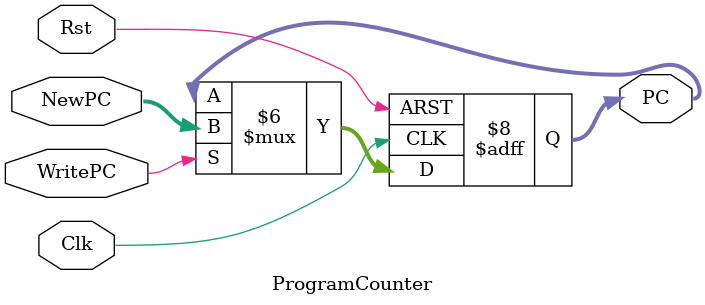
<source format=v>
`timescale 1ns / 1ps
module ProgramCounter(WritePC,NewPC,PC,Clk,Rst);
    input [31:0] NewPC;
    input WritePC,Clk,Rst;
    output reg [31:0] PC;
    initial begin
        PC <= 0;
    end
    always @(posedge Clk or posedge Rst) begin
        if(Rst==1)
            PC <= 32'b0;
        else if(WritePC==1)
            PC <= NewPC;
        else
            PC <= PC;
    end
endmodule
</source>
